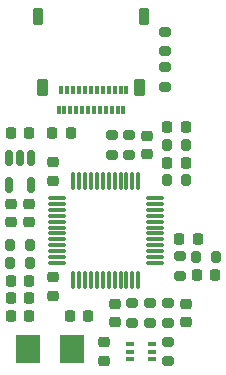
<source format=gbr>
%TF.GenerationSoftware,KiCad,Pcbnew,(6.0.7)*%
%TF.CreationDate,2022-10-02T17:39:17+02:00*%
%TF.ProjectId,k1-aioc,6b312d61-696f-4632-9e6b-696361645f70,rev?*%
%TF.SameCoordinates,Original*%
%TF.FileFunction,Paste,Top*%
%TF.FilePolarity,Positive*%
%FSLAX46Y46*%
G04 Gerber Fmt 4.6, Leading zero omitted, Abs format (unit mm)*
G04 Created by KiCad (PCBNEW (6.0.7)) date 2022-10-02 17:39:17*
%MOMM*%
%LPD*%
G01*
G04 APERTURE LIST*
G04 Aperture macros list*
%AMRoundRect*
0 Rectangle with rounded corners*
0 $1 Rounding radius*
0 $2 $3 $4 $5 $6 $7 $8 $9 X,Y pos of 4 corners*
0 Add a 4 corners polygon primitive as box body*
4,1,4,$2,$3,$4,$5,$6,$7,$8,$9,$2,$3,0*
0 Add four circle primitives for the rounded corners*
1,1,$1+$1,$2,$3*
1,1,$1+$1,$4,$5*
1,1,$1+$1,$6,$7*
1,1,$1+$1,$8,$9*
0 Add four rect primitives between the rounded corners*
20,1,$1+$1,$2,$3,$4,$5,0*
20,1,$1+$1,$4,$5,$6,$7,0*
20,1,$1+$1,$6,$7,$8,$9,0*
20,1,$1+$1,$8,$9,$2,$3,0*%
G04 Aperture macros list end*
%ADD10C,0.300000*%
%ADD11RoundRect,0.200000X-0.275000X0.200000X-0.275000X-0.200000X0.275000X-0.200000X0.275000X0.200000X0*%
%ADD12RoundRect,0.218750X0.218750X0.256250X-0.218750X0.256250X-0.218750X-0.256250X0.218750X-0.256250X0*%
%ADD13RoundRect,0.225000X0.225000X0.250000X-0.225000X0.250000X-0.225000X-0.250000X0.225000X-0.250000X0*%
%ADD14RoundRect,0.200000X-0.200000X-0.275000X0.200000X-0.275000X0.200000X0.275000X-0.200000X0.275000X0*%
%ADD15R,0.300000X0.700000*%
%ADD16RoundRect,0.218750X-0.218750X-0.256250X0.218750X-0.256250X0.218750X0.256250X-0.218750X0.256250X0*%
%ADD17RoundRect,0.225000X-0.250000X0.225000X-0.250000X-0.225000X0.250000X-0.225000X0.250000X0.225000X0*%
%ADD18RoundRect,0.225000X-0.225000X-0.250000X0.225000X-0.250000X0.225000X0.250000X-0.225000X0.250000X0*%
%ADD19RoundRect,0.075000X0.075000X-0.662500X0.075000X0.662500X-0.075000X0.662500X-0.075000X-0.662500X0*%
%ADD20RoundRect,0.075000X0.662500X-0.075000X0.662500X0.075000X-0.662500X0.075000X-0.662500X-0.075000X0*%
%ADD21RoundRect,0.200000X0.200000X0.275000X-0.200000X0.275000X-0.200000X-0.275000X0.200000X-0.275000X0*%
%ADD22RoundRect,0.225000X0.250000X-0.225000X0.250000X0.225000X-0.250000X0.225000X-0.250000X-0.225000X0*%
%ADD23R,0.650000X0.400000*%
%ADD24RoundRect,0.150000X-0.150000X0.512500X-0.150000X-0.512500X0.150000X-0.512500X0.150000X0.512500X0*%
%ADD25RoundRect,0.218750X-0.256250X0.218750X-0.256250X-0.218750X0.256250X-0.218750X0.256250X0.218750X0*%
%ADD26R,2.000000X2.400000*%
%ADD27RoundRect,0.200000X0.275000X-0.200000X0.275000X0.200000X-0.275000X0.200000X-0.275000X-0.200000X0*%
G04 APERTURE END LIST*
D10*
X107100000Y-86550000D02*
X107650000Y-86550000D01*
X107650000Y-86550000D02*
X107650000Y-87650000D01*
X107650000Y-87650000D02*
X107100000Y-87650000D01*
X107100000Y-87650000D02*
X107100000Y-86550000D01*
G36*
X107100000Y-86550000D02*
G01*
X107650000Y-86550000D01*
X107650000Y-87650000D01*
X107100000Y-87650000D01*
X107100000Y-86550000D01*
G37*
X106750000Y-80600000D02*
X107300000Y-80600000D01*
X107300000Y-80600000D02*
X107300000Y-81700000D01*
X107300000Y-81700000D02*
X106750000Y-81700000D01*
X106750000Y-81700000D02*
X106750000Y-80600000D01*
G36*
X106750000Y-80600000D02*
G01*
X107300000Y-80600000D01*
X107300000Y-81700000D01*
X106750000Y-81700000D01*
X106750000Y-80600000D01*
G37*
X115700000Y-80600000D02*
X116250000Y-80600000D01*
X116250000Y-80600000D02*
X116250000Y-81700000D01*
X116250000Y-81700000D02*
X115700000Y-81700000D01*
X115700000Y-81700000D02*
X115700000Y-80600000D01*
G36*
X115700000Y-80600000D02*
G01*
X116250000Y-80600000D01*
X116250000Y-81700000D01*
X115700000Y-81700000D01*
X115700000Y-80600000D01*
G37*
X115350000Y-86550000D02*
X115900000Y-86550000D01*
X115900000Y-86550000D02*
X115900000Y-87650000D01*
X115900000Y-87650000D02*
X115350000Y-87650000D01*
X115350000Y-87650000D02*
X115350000Y-86550000D01*
G36*
X115350000Y-86550000D02*
G01*
X115900000Y-86550000D01*
X115900000Y-87650000D01*
X115350000Y-87650000D01*
X115350000Y-86550000D01*
G37*
D11*
%TO.C,R2*%
X119000000Y-101425000D03*
X119000000Y-103075000D03*
%TD*%
D12*
%TO.C,D2*%
X104712500Y-103500000D03*
X106287500Y-103500000D03*
%TD*%
D13*
%TO.C,C11*%
X119525000Y-93500000D03*
X117975000Y-93500000D03*
%TD*%
D14*
%TO.C,R15*%
X104675000Y-102000000D03*
X106325000Y-102000000D03*
%TD*%
D15*
%TO.C,J1*%
X114250000Y-89020000D03*
X113750000Y-89020000D03*
X113250000Y-89020000D03*
X112750000Y-89020000D03*
X112250000Y-89020000D03*
X111750000Y-89020000D03*
X111250000Y-89020000D03*
X110750000Y-89020000D03*
X110250000Y-89020000D03*
X109750000Y-89020000D03*
X109250000Y-89020000D03*
X108750000Y-89020000D03*
X109000000Y-87320000D03*
X109500000Y-87320000D03*
X110000000Y-87320000D03*
X110500000Y-87320000D03*
X111000000Y-87320000D03*
X111500000Y-87320000D03*
X112000000Y-87320000D03*
X112500000Y-87320000D03*
X113000000Y-87320000D03*
X113500000Y-87320000D03*
X114000000Y-87320000D03*
X114500000Y-87320000D03*
%TD*%
D13*
%TO.C,C1*%
X106275000Y-106500000D03*
X104725000Y-106500000D03*
%TD*%
D16*
%TO.C,D1*%
X106287500Y-105000000D03*
X104712500Y-105000000D03*
%TD*%
D17*
%TO.C,C9*%
X113500000Y-105475000D03*
X113500000Y-107025000D03*
%TD*%
D18*
%TO.C,C12*%
X120475000Y-103000000D03*
X122025000Y-103000000D03*
%TD*%
D11*
%TO.C,R13*%
X118000000Y-108675000D03*
X118000000Y-110325000D03*
%TD*%
D16*
%TO.C,FB2*%
X108212500Y-91000000D03*
X109787500Y-91000000D03*
%TD*%
D11*
%TO.C,R8*%
X114750000Y-91175000D03*
X114750000Y-92825000D03*
%TD*%
%TO.C,R11*%
X116500000Y-105425000D03*
X116500000Y-107075000D03*
%TD*%
%TO.C,R9*%
X113250000Y-91175000D03*
X113250000Y-92825000D03*
%TD*%
D19*
%TO.C,U2*%
X110000000Y-103412500D03*
X110500000Y-103412500D03*
X111000000Y-103412500D03*
X111500000Y-103412500D03*
X112000000Y-103412500D03*
X112500000Y-103412500D03*
X113000000Y-103412500D03*
X113500000Y-103412500D03*
X114000000Y-103412500D03*
X114500000Y-103412500D03*
X115000000Y-103412500D03*
X115500000Y-103412500D03*
D20*
X116912500Y-102000000D03*
X116912500Y-101500000D03*
X116912500Y-101000000D03*
X116912500Y-100500000D03*
X116912500Y-100000000D03*
X116912500Y-99500000D03*
X116912500Y-99000000D03*
X116912500Y-98500000D03*
X116912500Y-98000000D03*
X116912500Y-97500000D03*
X116912500Y-97000000D03*
X116912500Y-96500000D03*
D19*
X115500000Y-95087500D03*
X115000000Y-95087500D03*
X114500000Y-95087500D03*
X114000000Y-95087500D03*
X113500000Y-95087500D03*
X113000000Y-95087500D03*
X112500000Y-95087500D03*
X112000000Y-95087500D03*
X111500000Y-95087500D03*
X111000000Y-95087500D03*
X110500000Y-95087500D03*
X110000000Y-95087500D03*
D20*
X108587500Y-96500000D03*
X108587500Y-97000000D03*
X108587500Y-97500000D03*
X108587500Y-98000000D03*
X108587500Y-98500000D03*
X108587500Y-99000000D03*
X108587500Y-99500000D03*
X108587500Y-100000000D03*
X108587500Y-100500000D03*
X108587500Y-101000000D03*
X108587500Y-101500000D03*
X108587500Y-102000000D03*
%TD*%
D13*
%TO.C,C6*%
X106275000Y-91000000D03*
X104725000Y-91000000D03*
%TD*%
D21*
%TO.C,R4*%
X122075000Y-101500000D03*
X120425000Y-101500000D03*
%TD*%
D17*
%TO.C,C3*%
X104750000Y-96975000D03*
X104750000Y-98525000D03*
%TD*%
D18*
%TO.C,C2*%
X109725000Y-106500000D03*
X111275000Y-106500000D03*
%TD*%
D11*
%TO.C,R10*%
X115000000Y-105425000D03*
X115000000Y-107075000D03*
%TD*%
D22*
%TO.C,C4*%
X108250000Y-95025000D03*
X108250000Y-93475000D03*
%TD*%
D23*
%TO.C,Q1*%
X114800000Y-108850000D03*
X114800000Y-109500000D03*
X114800000Y-110150000D03*
X116700000Y-110150000D03*
X116700000Y-109500000D03*
X116700000Y-108850000D03*
%TD*%
D18*
%TO.C,C14*%
X117975000Y-90500000D03*
X119525000Y-90500000D03*
%TD*%
D21*
%TO.C,R5*%
X119575000Y-92000000D03*
X117925000Y-92000000D03*
%TD*%
D17*
%TO.C,C15*%
X112600000Y-108725000D03*
X112600000Y-110275000D03*
%TD*%
D18*
%TO.C,C7*%
X118975000Y-100000000D03*
X120525000Y-100000000D03*
%TD*%
D17*
%TO.C,C8*%
X108250000Y-103225000D03*
X108250000Y-104775000D03*
%TD*%
D24*
%TO.C,U1*%
X106450000Y-93112500D03*
X105500000Y-93112500D03*
X104550000Y-93112500D03*
X104550000Y-95387500D03*
X106450000Y-95387500D03*
%TD*%
D14*
%TO.C,R3*%
X117925000Y-95000000D03*
X119575000Y-95000000D03*
%TD*%
D22*
%TO.C,C10*%
X116250000Y-92775000D03*
X116250000Y-91225000D03*
%TD*%
D14*
%TO.C,R14*%
X104675000Y-100500000D03*
X106325000Y-100500000D03*
%TD*%
D11*
%TO.C,R6*%
X117750000Y-82425000D03*
X117750000Y-84075000D03*
%TD*%
D25*
%TO.C,FB1*%
X106250000Y-96962500D03*
X106250000Y-98537500D03*
%TD*%
D17*
%TO.C,C13*%
X119500000Y-105475000D03*
X119500000Y-107025000D03*
%TD*%
D26*
%TO.C,Y1*%
X106150000Y-109250000D03*
X109850000Y-109250000D03*
%TD*%
D11*
%TO.C,R12*%
X118000000Y-105425000D03*
X118000000Y-107075000D03*
%TD*%
D27*
%TO.C,R7*%
X117750000Y-87075000D03*
X117750000Y-85425000D03*
%TD*%
M02*

</source>
